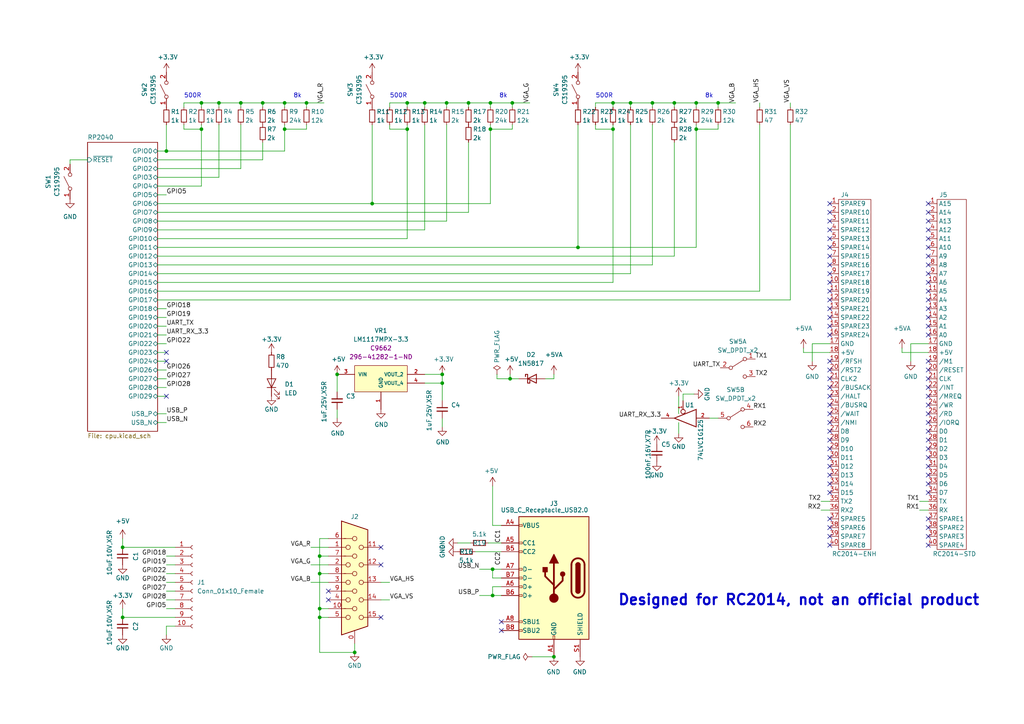
<source format=kicad_sch>
(kicad_sch (version 20211123) (generator eeschema)
  (paper "A4")
  (junction (at 147.955 109.855))
  (junction (at 92.71 161.29))
  (junction (at 69.85 29.845))
  (junction (at 48.26 43.815))
  (junction (at 128.27 111.125))
  (junction (at 160.655 190.5))
  (junction (at 76.2 29.845))
  (junction (at 182.88 29.845))
  (junction (at 88.9 29.845))
  (junction (at 148.59 29.845))
  (junction (at 195.58 29.845))
  (junction (at 82.55 37.465))
  (junction (at 201.93 29.845))
  (junction (at 102.87 189.23))
  (junction (at 118.11 37.465))
  (junction (at 63.5 29.845))
  (junction (at 129.54 29.845))
  (junction (at 35.56 179.07))
  (junction (at 135.89 29.845))
  (junction (at 201.93 37.465))
  (junction (at 92.71 176.53))
  (junction (at 92.71 166.37))
  (junction (at 142.24 37.465))
  (junction (at 177.8 29.845))
  (junction (at 189.23 29.845))
  (junction (at 142.24 29.845))
  (junction (at 142.875 172.72))
  (junction (at 58.42 37.465))
  (junction (at 58.42 29.845))
  (junction (at 97.79 108.585))
  (junction (at 82.55 29.845))
  (junction (at 123.19 29.845))
  (junction (at 35.56 158.75))
  (junction (at 177.8 37.465))
  (junction (at 92.71 179.07))
  (junction (at 107.95 59.055))
  (junction (at 142.875 165.1))
  (junction (at 167.64 71.755))
  (junction (at 128.27 108.585))
  (junction (at 208.28 29.845))
  (junction (at 118.11 29.845))
  (no_connect (at 269.24 125.095))
  (no_connect (at 269.24 130.175))
  (no_connect (at 269.24 127.635))
  (no_connect (at 269.24 132.715))
  (no_connect (at 269.24 120.015))
  (no_connect (at 269.24 158.115))
  (no_connect (at 269.24 153.035))
  (no_connect (at 269.24 155.575))
  (no_connect (at 269.24 150.495))
  (no_connect (at 269.24 122.555))
  (no_connect (at 269.24 135.255))
  (no_connect (at 269.24 142.875))
  (no_connect (at 269.24 140.335))
  (no_connect (at 269.24 137.795))
  (no_connect (at 240.665 71.755))
  (no_connect (at 240.665 74.295))
  (no_connect (at 240.665 76.835))
  (no_connect (at 240.665 59.055))
  (no_connect (at 240.665 61.595))
  (no_connect (at 240.665 64.135))
  (no_connect (at 240.665 66.675))
  (no_connect (at 240.665 69.215))
  (no_connect (at 240.665 79.375))
  (no_connect (at 240.665 81.915))
  (no_connect (at 240.665 84.455))
  (no_connect (at 240.665 86.995))
  (no_connect (at 240.665 89.535))
  (no_connect (at 240.665 92.075))
  (no_connect (at 240.665 94.615))
  (no_connect (at 240.665 97.155))
  (no_connect (at 240.665 107.315))
  (no_connect (at 240.665 114.935))
  (no_connect (at 240.665 112.395))
  (no_connect (at 240.665 117.475))
  (no_connect (at 240.665 120.015))
  (no_connect (at 240.665 122.555))
  (no_connect (at 240.665 125.095))
  (no_connect (at 240.665 104.775))
  (no_connect (at 240.665 150.495))
  (no_connect (at 240.665 153.035))
  (no_connect (at 240.665 155.575))
  (no_connect (at 240.665 158.115))
  (no_connect (at 240.665 127.635))
  (no_connect (at 240.665 130.175))
  (no_connect (at 240.665 132.715))
  (no_connect (at 240.665 135.255))
  (no_connect (at 240.665 137.795))
  (no_connect (at 240.665 140.335))
  (no_connect (at 240.665 142.875))
  (no_connect (at 110.49 158.75))
  (no_connect (at 110.49 163.83))
  (no_connect (at 110.49 179.07))
  (no_connect (at 269.24 59.055))
  (no_connect (at 269.24 61.595))
  (no_connect (at 269.24 64.135))
  (no_connect (at 269.24 69.215))
  (no_connect (at 269.24 71.755))
  (no_connect (at 269.24 66.675))
  (no_connect (at 269.24 79.375))
  (no_connect (at 269.24 81.915))
  (no_connect (at 269.24 84.455))
  (no_connect (at 269.24 74.295))
  (no_connect (at 269.24 76.835))
  (no_connect (at 95.25 171.45))
  (no_connect (at 95.25 173.99))
  (no_connect (at 240.665 109.855))
  (no_connect (at 48.26 114.935))
  (no_connect (at 145.415 180.34))
  (no_connect (at 145.415 182.88))
  (no_connect (at 269.24 104.775))
  (no_connect (at 269.24 112.395))
  (no_connect (at 269.24 107.315))
  (no_connect (at 269.24 114.935))
  (no_connect (at 269.24 109.855))
  (no_connect (at 269.24 86.995))
  (no_connect (at 269.24 92.075))
  (no_connect (at 269.24 94.615))
  (no_connect (at 269.24 89.535))
  (no_connect (at 269.24 97.155))
  (no_connect (at 269.24 117.475))
  (no_connect (at 48.26 102.235))
  (no_connect (at 48.26 104.775))
  (wire (pts (xy 48.26 168.91) (xy 50.8 168.91)))
  (wire (pts (xy 189.23 36.195) (xy 189.23 76.835)))
  (wire (pts (xy 97.79 108.585) (xy 97.79 113.665)))
  (wire (pts (xy 172.72 31.115) (xy 172.72 29.845)))
  (wire (pts (xy 142.24 29.845) (xy 148.59 29.845)))
  (wire (pts (xy 142.875 165.1) (xy 142.875 167.64)))
  (wire (pts (xy 142.875 165.1) (xy 139.065 165.1)))
  (wire (pts (xy 142.875 172.72) (xy 139.065 172.72)))
  (wire (pts (xy 135.89 41.275) (xy 135.89 61.595)))
  (wire (pts (xy 35.56 158.75) (xy 50.8 158.75)))
  (wire (pts (xy 76.2 29.845) (xy 76.2 31.115)))
  (wire (pts (xy 69.85 48.895) (xy 45.72 48.895)))
  (wire (pts (xy 142.24 36.195) (xy 142.24 37.465)))
  (wire (pts (xy 266.7 147.955) (xy 269.24 147.955)))
  (wire (pts (xy 148.59 29.845) (xy 148.59 31.115)))
  (wire (pts (xy 45.72 104.775) (xy 48.26 104.775)))
  (wire (pts (xy 201.93 29.845) (xy 201.93 31.115)))
  (wire (pts (xy 196.85 122.555) (xy 196.85 125.73)))
  (wire (pts (xy 48.26 181.61) (xy 48.26 184.15)))
  (wire (pts (xy 147.955 109.855) (xy 150.495 109.855)))
  (wire (pts (xy 45.72 86.995) (xy 229.235 86.995)))
  (wire (pts (xy 45.72 89.535) (xy 48.26 89.535)))
  (wire (pts (xy 82.55 36.195) (xy 82.55 37.465)))
  (wire (pts (xy 48.26 176.53) (xy 50.8 176.53)))
  (wire (pts (xy 182.88 79.375) (xy 45.72 79.375)))
  (wire (pts (xy 88.9 29.845) (xy 88.9 31.115)))
  (wire (pts (xy 63.5 29.845) (xy 63.5 31.115)))
  (wire (pts (xy 88.9 29.845) (xy 93.98 29.845)))
  (wire (pts (xy 189.23 76.835) (xy 45.72 76.835)))
  (wire (pts (xy 63.5 29.845) (xy 69.85 29.845)))
  (wire (pts (xy 107.95 36.195) (xy 107.95 59.055)))
  (wire (pts (xy 135.89 29.845) (xy 135.89 31.115)))
  (wire (pts (xy 118.11 37.465) (xy 118.11 69.215)))
  (wire (pts (xy 128.27 111.125) (xy 128.27 116.205)))
  (wire (pts (xy 45.72 97.155) (xy 48.26 97.155)))
  (wire (pts (xy 177.8 81.915) (xy 45.72 81.915)))
  (wire (pts (xy 158.115 109.855) (xy 160.655 109.855)))
  (wire (pts (xy 76.2 46.355) (xy 45.72 46.355)))
  (wire (pts (xy 205.74 121.285) (xy 208.28 121.285)))
  (wire (pts (xy 113.03 31.115) (xy 113.03 29.845)))
  (wire (pts (xy 142.875 172.72) (xy 145.415 172.72)))
  (wire (pts (xy 123.19 108.585) (xy 128.27 108.585)))
  (wire (pts (xy 82.55 29.845) (xy 88.9 29.845)))
  (wire (pts (xy 92.71 176.53) (xy 92.71 179.07)))
  (wire (pts (xy 147.955 109.855) (xy 144.145 109.855)))
  (wire (pts (xy 113.03 29.845) (xy 118.11 29.845)))
  (wire (pts (xy 201.93 37.465) (xy 208.28 37.465)))
  (wire (pts (xy 92.71 179.07) (xy 92.71 189.23)))
  (wire (pts (xy 135.89 29.845) (xy 142.24 29.845)))
  (wire (pts (xy 48.26 173.99) (xy 50.8 173.99)))
  (wire (pts (xy 135.89 61.595) (xy 45.72 61.595)))
  (wire (pts (xy 35.56 179.07) (xy 35.56 176.53)))
  (wire (pts (xy 142.875 140.97) (xy 142.875 152.4)))
  (wire (pts (xy 110.49 168.91) (xy 113.03 168.91)))
  (wire (pts (xy 235.585 99.695) (xy 235.585 104.775)))
  (wire (pts (xy 123.19 66.675) (xy 45.72 66.675)))
  (wire (pts (xy 123.19 29.845) (xy 129.54 29.845)))
  (wire (pts (xy 48.26 43.815) (xy 45.72 43.815)))
  (wire (pts (xy 48.26 166.37) (xy 50.8 166.37)))
  (wire (pts (xy 92.71 161.29) (xy 95.25 161.29)))
  (wire (pts (xy 58.42 36.195) (xy 58.42 37.465)))
  (wire (pts (xy 20.32 46.355) (xy 20.32 47.625)))
  (wire (pts (xy 123.19 36.195) (xy 123.19 66.675)))
  (wire (pts (xy 208.28 29.845) (xy 213.36 29.845)))
  (wire (pts (xy 182.88 36.195) (xy 182.88 79.375)))
  (wire (pts (xy 107.95 59.055) (xy 45.72 59.055)))
  (wire (pts (xy 118.11 29.845) (xy 123.19 29.845)))
  (wire (pts (xy 88.9 37.465) (xy 88.9 36.195)))
  (wire (pts (xy 90.17 168.91) (xy 95.25 168.91)))
  (wire (pts (xy 148.59 37.465) (xy 148.59 36.195)))
  (wire (pts (xy 195.58 29.845) (xy 201.93 29.845)))
  (wire (pts (xy 69.85 29.845) (xy 76.2 29.845)))
  (wire (pts (xy 113.03 36.195) (xy 113.03 37.465)))
  (wire (pts (xy 82.55 29.845) (xy 82.55 31.115)))
  (wire (pts (xy 92.71 179.07) (xy 95.25 179.07)))
  (wire (pts (xy 220.345 84.455) (xy 45.72 84.455)))
  (wire (pts (xy 208.28 29.845) (xy 208.28 31.115)))
  (wire (pts (xy 95.25 156.21) (xy 92.71 156.21)))
  (wire (pts (xy 208.28 37.465) (xy 208.28 36.195)))
  (wire (pts (xy 123.19 111.125) (xy 128.27 111.125)))
  (wire (pts (xy 45.72 56.515) (xy 48.26 56.515)))
  (wire (pts (xy 45.72 114.935) (xy 48.26 114.935)))
  (wire (pts (xy 48.26 163.83) (xy 50.8 163.83)))
  (wire (pts (xy 45.72 107.315) (xy 48.26 107.315)))
  (wire (pts (xy 145.415 157.48) (xy 141.605 157.48)))
  (wire (pts (xy 145.415 152.4) (xy 142.875 152.4)))
  (wire (pts (xy 82.55 37.465) (xy 82.55 43.815)))
  (wire (pts (xy 76.2 29.845) (xy 82.55 29.845)))
  (wire (pts (xy 50.8 179.07) (xy 35.56 179.07)))
  (wire (pts (xy 92.71 176.53) (xy 95.25 176.53)))
  (wire (pts (xy 142.875 170.18) (xy 142.875 172.72)))
  (wire (pts (xy 198.12 114.3) (xy 201.295 114.3)))
  (wire (pts (xy 50.8 181.61) (xy 48.26 181.61)))
  (wire (pts (xy 229.235 29.845) (xy 229.235 31.115)))
  (wire (pts (xy 189.23 29.845) (xy 189.23 31.115)))
  (wire (pts (xy 240.665 102.235) (xy 233.045 102.235)))
  (wire (pts (xy 118.11 36.195) (xy 118.11 37.465)))
  (wire (pts (xy 240.665 99.695) (xy 235.585 99.695)))
  (wire (pts (xy 142.24 37.465) (xy 142.24 59.055)))
  (wire (pts (xy 92.71 166.37) (xy 92.71 176.53)))
  (wire (pts (xy 53.34 31.115) (xy 53.34 29.845)))
  (wire (pts (xy 201.93 36.195) (xy 201.93 37.465)))
  (wire (pts (xy 45.72 109.855) (xy 48.26 109.855)))
  (wire (pts (xy 182.88 29.845) (xy 189.23 29.845)))
  (wire (pts (xy 45.72 99.695) (xy 48.26 99.695)))
  (wire (pts (xy 220.345 36.195) (xy 220.345 84.455)))
  (wire (pts (xy 58.42 29.845) (xy 58.42 31.115)))
  (wire (pts (xy 269.24 102.235) (xy 261.62 102.235)))
  (wire (pts (xy 53.34 36.195) (xy 53.34 37.465)))
  (wire (pts (xy 195.58 29.845) (xy 195.58 31.115)))
  (wire (pts (xy 148.59 29.845) (xy 153.67 29.845)))
  (wire (pts (xy 90.17 158.75) (xy 95.25 158.75)))
  (wire (pts (xy 82.55 37.465) (xy 88.9 37.465)))
  (wire (pts (xy 45.72 94.615) (xy 48.26 94.615)))
  (wire (pts (xy 58.42 29.845) (xy 63.5 29.845)))
  (wire (pts (xy 45.72 120.015) (xy 48.26 120.015)))
  (wire (pts (xy 220.345 29.845) (xy 220.345 31.115)))
  (wire (pts (xy 261.62 102.235) (xy 261.62 100.965)))
  (wire (pts (xy 45.72 74.295) (xy 195.58 74.295)))
  (wire (pts (xy 167.64 71.755) (xy 45.72 71.755)))
  (wire (pts (xy 142.24 29.845) (xy 142.24 31.115)))
  (wire (pts (xy 264.16 99.695) (xy 264.16 104.775)))
  (wire (pts (xy 136.525 157.48) (xy 132.715 157.48)))
  (wire (pts (xy 45.72 92.075) (xy 48.26 92.075)))
  (wire (pts (xy 92.71 189.23) (xy 102.87 189.23)))
  (wire (pts (xy 76.2 41.275) (xy 76.2 46.355)))
  (wire (pts (xy 172.72 36.195) (xy 172.72 37.465)))
  (wire (pts (xy 198.12 116.205) (xy 198.12 114.3)))
  (wire (pts (xy 129.54 29.845) (xy 129.54 31.115)))
  (wire (pts (xy 92.71 161.29) (xy 92.71 166.37)))
  (wire (pts (xy 144.145 109.855) (xy 144.145 108.585)))
  (wire (pts (xy 177.8 29.845) (xy 182.88 29.845)))
  (wire (pts (xy 92.71 166.37) (xy 95.25 166.37)))
  (wire (pts (xy 69.85 36.195) (xy 69.85 48.895)))
  (wire (pts (xy 58.42 53.975) (xy 45.72 53.975)))
  (wire (pts (xy 172.72 37.465) (xy 177.8 37.465)))
  (wire (pts (xy 110.49 173.99) (xy 113.03 173.99)))
  (wire (pts (xy 118.11 69.215) (xy 45.72 69.215)))
  (wire (pts (xy 25.4 46.355) (xy 20.32 46.355)))
  (wire (pts (xy 113.03 37.465) (xy 118.11 37.465)))
  (wire (pts (xy 147.955 108.585) (xy 147.955 109.855)))
  (wire (pts (xy 142.875 167.64) (xy 145.415 167.64)))
  (wire (pts (xy 128.27 121.285) (xy 128.27 123.825)))
  (wire (pts (xy 145.415 170.18) (xy 142.875 170.18)))
  (wire (pts (xy 177.8 36.195) (xy 177.8 37.465)))
  (wire (pts (xy 45.72 102.235) (xy 48.26 102.235)))
  (wire (pts (xy 129.54 64.135) (xy 45.72 64.135)))
  (wire (pts (xy 172.72 29.845) (xy 177.8 29.845)))
  (wire (pts (xy 233.045 102.235) (xy 233.045 100.965)))
  (wire (pts (xy 69.85 29.845) (xy 69.85 31.115)))
  (wire (pts (xy 177.8 29.845) (xy 177.8 31.115)))
  (wire (pts (xy 196.85 114.935) (xy 196.85 120.015)))
  (wire (pts (xy 63.5 36.195) (xy 63.5 51.435)))
  (wire (pts (xy 35.56 156.21) (xy 35.56 158.75)))
  (wire (pts (xy 63.5 51.435) (xy 45.72 51.435)))
  (wire (pts (xy 102.87 186.69) (xy 102.87 189.23)))
  (wire (pts (xy 82.55 43.815) (xy 48.26 43.815)))
  (wire (pts (xy 269.24 99.695) (xy 264.16 99.695)))
  (wire (pts (xy 238.125 147.955) (xy 240.665 147.955)))
  (wire (pts (xy 45.72 112.395) (xy 48.26 112.395)))
  (wire (pts (xy 92.71 156.21) (xy 92.71 161.29)))
  (wire (pts (xy 182.88 29.845) (xy 182.88 31.115)))
  (wire (pts (xy 48.26 36.195) (xy 48.26 43.815)))
  (wire (pts (xy 48.26 171.45) (xy 50.8 171.45)))
  (wire (pts (xy 266.7 145.415) (xy 269.24 145.415)))
  (wire (pts (xy 129.54 29.845) (xy 135.89 29.845)))
  (wire (pts (xy 177.8 37.465) (xy 177.8 81.915)))
  (wire (pts (xy 53.34 37.465) (xy 58.42 37.465)))
  (wire (pts (xy 123.19 29.845) (xy 123.19 31.115)))
  (wire (pts (xy 189.23 29.845) (xy 195.58 29.845)))
  (wire (pts (xy 129.54 36.195) (xy 129.54 64.135)))
  (wire (pts (xy 167.64 36.195) (xy 167.64 71.755)))
  (wire (pts (xy 145.415 165.1) (xy 142.875 165.1)))
  (wire (pts (xy 45.72 122.555) (xy 48.26 122.555)))
  (wire (pts (xy 118.11 29.845) (xy 118.11 31.115)))
  (wire (pts (xy 53.34 29.845) (xy 58.42 29.845)))
  (wire (pts (xy 160.655 109.855) (xy 160.655 108.585)))
  (wire (pts (xy 142.24 59.055) (xy 107.95 59.055)))
  (wire (pts (xy 229.235 86.995) (xy 229.235 36.195)))
  (wire (pts (xy 97.79 118.745) (xy 97.79 121.285)))
  (wire (pts (xy 201.93 71.755) (xy 167.64 71.755)))
  (wire (pts (xy 128.27 108.585) (xy 128.27 111.125)))
  (wire (pts (xy 195.58 41.275) (xy 195.58 74.295)))
  (wire (pts (xy 201.93 29.845) (xy 208.28 29.845)))
  (wire (pts (xy 48.26 161.29) (xy 50.8 161.29)))
  (wire (pts (xy 90.17 163.83) (xy 95.25 163.83)))
  (wire (pts (xy 58.42 37.465) (xy 58.42 53.975)))
  (wire (pts (xy 145.415 160.02) (xy 137.795 160.02)))
  (wire (pts (xy 142.24 37.465) (xy 148.59 37.465)))
  (wire (pts (xy 238.125 145.415) (xy 240.665 145.415)))
  (wire (pts (xy 160.655 190.5) (xy 154.305 190.5)))
  (wire (pts (xy 201.93 37.465) (xy 201.93 71.755)))
  (text "8k" (at 204.47 28.575 0) (effects (font (size 1.27 1.27)) (justify left bottom)))
  (text "500R" (at 113.03 28.575 0) (effects (font (size 1.27 1.27)) (justify left bottom)))
  (text "500R" (at 172.72 28.575 0) (effects (font (size 1.27 1.27)) (justify left bottom)))
  (text "8k" (at 144.78 28.575 0) (effects (font (size 1.27 1.27)) (justify left bottom)))
  (text "500R" (at 53.34 28.575 0) (effects (font (size 1.27 1.27)) (justify left bottom)))
  (text "Designed for RC2014, not an official product" (at 179.07 175.895 0) (effects (font (size 3 3) (thickness 0.6) bold) (justify left bottom)))
  (text "8k" (at 85.09 28.575 0) (effects (font (size 1.27 1.27)) (justify left bottom)))
  (label "UART_TX" (at 208.915 106.68 180))
  (label "GPIO22" (at 48.26 166.37 180))
  (label "GPIO18" (at 48.26 161.29 180))
  (label "UART_TX" (at 48.26 94.615 0))
  (label "VGA_R" (at 90.17 158.75 180))
  (label "TX1" (at 219.075 104.14 0))
  (label "UART_RX_3.3" (at 191.77 121.285 180))
  (label "GPIO19" (at 48.26 92.075 0))
  (label "GPIO26" (at 48.26 168.91 180))
  (label "VGA_G" (at 90.17 163.83 180))
  (label "RX1" (at 218.44 118.745 0))
  (label "GPIO28" (at 48.26 173.99 180))
  (label "GPIO26" (at 48.26 107.315 0))
  (label "GPIO27" (at 48.26 171.45 180))
  (label "USB_N" (at 139.065 165.1 180))
  (label "RX2" (at 238.125 147.955 180))
  (label "VGA_B" (at 213.36 29.845 90))
  (label "VGA_VS" (at 229.235 29.845 90))
  (label "TX1" (at 266.7 145.415 180))
  (label "CC1" (at 145.415 157.48 90))
  (label "GPIO18" (at 48.26 89.535 0))
  (label "USB_P" (at 48.26 120.015 0))
  (label "TX2" (at 238.125 145.415 180))
  (label "RX1" (at 266.7 147.955 180))
  (label "VGA_HS" (at 113.03 168.91 0))
  (label "GPIO27" (at 48.26 109.855 0))
  (label "USB_P" (at 139.065 172.72 180))
  (label "VGA_VS" (at 113.03 173.99 0))
  (label "VGA_G" (at 153.67 29.845 90))
  (label "VGA_R" (at 93.98 29.845 90))
  (label "TX2" (at 219.075 109.22 0))
  (label "RX2" (at 218.44 123.825 0))
  (label "VGA_B" (at 90.17 168.91 180))
  (label "GPIO5" (at 48.26 176.53 180))
  (label "UART_RX_3.3" (at 48.26 97.155 0))
  (label "GPIO28" (at 48.26 112.395 0))
  (label "CC2" (at 145.415 160.02 270))
  (label "GPIO19" (at 48.26 163.83 180))
  (label "VGA_HS" (at 220.345 29.845 90))
  (label "USB_N" (at 48.26 122.555 0))
  (label "GPIO22" (at 48.26 99.695 0))
  (label "GPIO5" (at 48.26 56.515 0))
  (symbol (lib_id "power:+3.3V") (at 78.74 102.235 0) (unit 1)
    (property "Reference" "#PWR08" (effects hide))
    (property "Value" "+3.3V" (at 78.74 98.425 0))
  )
  (symbol (lib_id "jlcpcb-basic-resistor-0402:24k") (at 201.93 33.655 0) (unit 1)
    (property "Reference" "R29" (at 203.2 32.385 0) (effects (justify left)))
    (property "Value" "24k" (at 203.2 34.925 0) (effects (justify left)))
    (property "Footprint" "R_0402_1005Metric" (effects hide))
    (property "Datasheet" "https://datasheet.lcsc.com/lcsc/2110260030_UNI-ROYAL-Uniroyal-Elec-0402WGF2402TCE_C25769.pdf" (effects hide))
    (property "LCSC" "C25769" (effects hide))
    (property "MFG" "UNI-ROYAL(Uniroyal Elec)" (effects hide))
    (property "MFGPN" "0402WGF2402TCE" (effects hide))
  )
  (symbol (lib_id "power:GND") (at 48.26 184.15 0) (unit 1)
    (property "Reference" "#PWR07" (effects hide))
    (property "Value" "GND" (at 48.26 187.96 0))
  )
  (symbol (lib_id "tom-modules:RC2014-ENH") (at 250.825 108.585 0) (unit 1)
    (property "Reference" "J4" (at 243.84 56.515 0) (effects (justify left)))
    (property "Value" "RC2014-ENH" (at 241.3 160.655 0) (effects (justify left)))
    (property "Footprint" "tom-connectors:PinHeader_1x39_P2.54mm_Horizontal" (effects hide))
  )
  (symbol (lib_id "jlcpcb-basic-resistor-0402:1k") (at 182.88 33.655 0) (unit 1)
    (property "Reference" "R25" (at 184.15 32.385 0) (effects (justify left)))
    (property "Value" "1k" (at 184.15 34.925 0) (effects (justify left)))
    (property "Footprint" "R_0402_1005Metric" (effects hide))
    (property "Datasheet" "https://datasheet.lcsc.com/lcsc/2110251730_UNI-ROYAL-Uniroyal-Elec-0402WGF1001TCE_C11702.pdf" (effects hide))
    (property "LCSC" "C11702" (effects hide))
    (property "MFG" "UNI-ROYAL(Uniroyal Elec)" (effects hide))
    (property "MFGPN" "0402WGF1001TCE" (effects hide))
  )
  (symbol (lib_id "jlcpcb-basic-resistor-0402:1k") (at 63.5 33.655 0) (unit 1)
    (property "Reference" "R4" (at 64.77 32.385 0) (effects (justify left)))
    (property "Value" "1k" (at 64.77 34.925 0) (effects (justify left)))
    (property "Footprint" "R_0402_1005Metric" (effects hide))
    (property "Datasheet" "https://datasheet.lcsc.com/lcsc/2110251730_UNI-ROYAL-Uniroyal-Elec-0402WGF1001TCE_C11702.pdf" (effects hide))
    (property "LCSC" "C11702" (effects hide))
    (property "MFG" "UNI-ROYAL(Uniroyal Elec)" (effects hide))
    (property "MFGPN" "0402WGF1001TCE" (effects hide))
  )
  (symbol (lib_id "jlcpcb-basic-resistor-0402:5.1k") (at 139.065 157.48 270) (mirror x) (unit 1)
    (property "Reference" "R19" (at 139.065 157.48 90))
    (property "Value" "5.1k" (at 139.065 154.94 90))
    (property "Footprint" "R_0402_1005Metric" (effects hide))
    (property "Datasheet" "https://datasheet.lcsc.com/lcsc/2110260030_UNI-ROYAL-Uniroyal-Elec-0402WGF5101TCE_C25905.pdf" (effects hide))
    (property "LCSC" "C25905" (effects hide))
    (property "MFG" "UNI-ROYAL(Uniroyal Elec)" (effects hide))
    (property "MFGPN" "0402WGF5101TCE" (effects hide))
  )
  (symbol (lib_id "power:GND") (at 168.275 190.5 0) (mirror y) (unit 1)
    (property "Reference" "#PWR024" (effects hide))
    (property "Value" "GND" (at 168.148 194.8942 0))
  )
  (symbol (lib_id "tom-connectors:DB15_Female_HighDensity_MountingHoles") (at 102.87 168.91 0) (unit 1)
    (property "Reference" "J2" (at 102.87 149.86 0))
    (property "Value" "DB15_Female_HighDensity_MountingHoles" (effects hide))
    (property "Footprint" "tom-connectors:DSUB-15-HD_Female_Horizontal_P2.29x1.98mm_EdgePinOffset3.03mm_Housed_MountingHolesOffset4.94mm" (effects hide))
    (property "Datasheet" " ~" (effects hide))
    (property "LCSC" "C711364" (effects hide))
  )
  (symbol (lib_id "power:PWR_FLAG") (at 154.305 190.5 90) (mirror x) (unit 1)
    (property "Reference" "#FLG02" (effects hide))
    (property "Value" "PWR_FLAG" (at 151.0538 190.5 90) (effects (justify left)))
  )
  (symbol (lib_id "jlcpcb-basic-resistor-0402:47") (at 229.235 33.655 0) (unit 1)
    (property "Reference" "R32" (at 230.505 32.385 0) (effects (justify left)))
    (property "Value" "47" (at 230.505 34.925 0) (effects (justify left)))
    (property "Footprint" "R_0402_1005Metric" (effects hide))
    (property "Datasheet" "https://datasheet.lcsc.com/lcsc/2110252230_UNI-ROYAL-Uniroyal-Elec-0402WGF470JTCE_C25118.pdf" (effects hide))
    (property "LCSC" "C25118" (effects hide))
    (property "MFG" "UNI-ROYAL(Uniroyal Elec)" (effects hide))
    (property "MFGPN" "0402WGF470JTCE" (effects hide))
  )
  (symbol (lib_id "jlcpcb-basic-resistor-0402:2k") (at 195.58 38.735 0) (unit 1)
    (property "Reference" "R28" (at 196.85 37.465 0) (effects (justify left)))
    (property "Value" "2k" (at 196.85 40.005 0) (effects (justify left)))
    (property "Footprint" "R_0402_1005Metric" (effects hide))
    (property "Datasheet" "https://datasheet.lcsc.com/lcsc/2110251730_UNI-ROYAL-Uniroyal-Elec-0402WGF2001TCE_C4109.pdf" (effects hide))
    (property "LCSC" "C4109" (effects hide))
    (property "MFG" "UNI-ROYAL(Uniroyal Elec)" (effects hide))
    (property "MFGPN" "0402WGF2001TCE" (effects hide))
  )
  (symbol (lib_id "power:GND") (at 35.56 163.83 0) (unit 1)
    (property "Reference" "#PWR03" (effects hide))
    (property "Value" "GND" (at 35.56 167.64 0))
  )
  (symbol (lib_id "jlcpcb-basic-capacitor-0402:1uF,25V,X5R ") (at 97.79 116.205 0) (unit 1)
    (property "Reference" "C3" (at 100.33 114.9349 0) (effects (justify left)))
    (property "Value" "1uF,25V,X5R " (at 93.98 122.555 90) (effects (justify left)))
    (property "Footprint" "C_0402_1005Metric" (effects hide))
    (property "Datasheet" "https://datasheet.lcsc.com/lcsc/1811091611_Samsung-Electro-Mechanics-CL05A105KA5NQNC_C52923.pdf" (effects hide))
    (property "LCSC" "C52923" (effects hide))
    (property "MFG" "Samsung Electro-Mechanics" (effects hide))
    (property "MFGPN" "CL05A105KA5NQNC" (effects hide))
  )
  (symbol (lib_id "power:+5V") (at 142.875 140.97 0) (mirror y) (unit 1)
    (property "Reference" "#PWR019" (effects hide))
    (property "Value" "+5V" (at 142.494 136.5758 0))
  )
  (symbol (lib_id "power:+3.3V") (at 48.26 20.955 0) (unit 1)
    (property "Reference" "#PWR06" (effects hide))
    (property "Value" "+3.3V" (at 48.641 16.5608 0))
  )
  (symbol (lib_id "power:GND") (at 235.585 104.775 0) (unit 1)
    (property "Reference" "#PWR031" (effects hide))
    (property "Value" "GND" (at 235.585 109.22 0))
  )
  (symbol (lib_id "tom-mechanical:SW_DPDT_x2") (at 213.995 106.68 0) (unit 1)
    (property "Reference" "SW5" (at 213.995 99.06 0))
    (property "Value" "SW_DPDT_x2" (at 213.995 101.6 0))
    (property "Footprint" "tom-mechanical:SW_DPDT_SMD" (effects hide))
    (property "LCSC" "C381098" (effects hide))
  )
  (symbol (lib_id "jlcpcb-basic-resistor-0402:2k") (at 69.85 33.655 0) (unit 1)
    (property "Reference" "R5" (at 71.12 32.385 0) (effects (justify left)))
    (property "Value" "2k" (at 71.12 34.925 0) (effects (justify left)))
    (property "Footprint" "R_0402_1005Metric" (effects hide))
    (property "Datasheet" "https://datasheet.lcsc.com/lcsc/2110251730_UNI-ROYAL-Uniroyal-Elec-0402WGF2001TCE_C4109.pdf" (effects hide))
    (property "LCSC" "C4109" (effects hide))
    (property "MFG" "UNI-ROYAL(Uniroyal Elec)" (effects hide))
    (property "MFGPN" "0402WGF2001TCE" (effects hide))
  )
  (symbol (lib_id "jlcpcb-basic-resistor-0402:2k") (at 135.89 38.735 0) (unit 1)
    (property "Reference" "R18" (at 137.16 37.465 0) (effects (justify left)))
    (property "Value" "2k" (at 137.16 40.005 0) (effects (justify left)))
    (property "Footprint" "R_0402_1005Metric" (effects hide))
    (property "Datasheet" "https://datasheet.lcsc.com/lcsc/2110251730_UNI-ROYAL-Uniroyal-Elec-0402WGF2001TCE_C4109.pdf" (effects hide))
    (property "LCSC" "C4109" (effects hide))
    (property "MFG" "UNI-ROYAL(Uniroyal Elec)" (effects hide))
    (property "MFGPN" "0402WGF2001TCE" (effects hide))
  )
  (symbol (lib_id "jlcpcb-basic-resistor-0402:2k") (at 189.23 33.655 0) (unit 1)
    (property "Reference" "R26" (at 190.5 32.385 0) (effects (justify left)))
    (property "Value" "2k" (at 190.5 34.925 0) (effects (justify left)))
    (property "Footprint" "R_0402_1005Metric" (effects hide))
    (property "Datasheet" "https://datasheet.lcsc.com/lcsc/2110251730_UNI-ROYAL-Uniroyal-Elec-0402WGF2001TCE_C4109.pdf" (effects hide))
    (property "LCSC" "C4109" (effects hide))
    (property "MFG" "UNI-ROYAL(Uniroyal Elec)" (effects hide))
    (property "MFGPN" "0402WGF2001TCE" (effects hide))
  )
  (symbol (lib_id "power:GND") (at 128.27 123.825 0) (unit 1)
    (property "Reference" "#PWR016" (effects hide))
    (property "Value" "GND" (at 128.397 128.2192 0))
  )
  (symbol (lib_id "tom-connectors:Conn_01x10_Female") (at 55.88 168.91 0) (unit 1)
    (property "Reference" "J1" (at 57.15 168.9099 0) (effects (justify left)))
    (property "Value" "Conn_01x10_Female" (at 57.15 171.4499 0) (effects (justify left)))
    (property "Footprint" "tom-connectors:PinHeader_1x10_P2.54mm_Vertical" (effects hide))
  )
  (symbol (lib_id "jlcpcb-basic-resistor-0402:1k") (at 53.34 33.655 0) (unit 1)
    (property "Reference" "R2" (at 54.61 32.385 0) (effects (justify left)))
    (property "Value" "1k" (at 54.61 34.925 0) (effects (justify left)))
    (property "Footprint" "R_0402_1005Metric" (effects hide))
    (property "Datasheet" "https://datasheet.lcsc.com/lcsc/2110251730_UNI-ROYAL-Uniroyal-Elec-0402WGF1001TCE_C11702.pdf" (effects hide))
    (property "LCSC" "C11702" (effects hide))
    (property "MFG" "UNI-ROYAL(Uniroyal Elec)" (effects hide))
    (property "MFGPN" "0402WGF1001TCE" (effects hide))
  )
  (symbol (lib_id "jlcpcb-basic-capacitor-0603:10uF,10V,X5R ") (at 35.56 181.61 0) (mirror y) (unit 1)
    (property "Reference" "C2" (at 39.37 180.34 90) (effects (justify right)))
    (property "Value" "10uF,10V,X5R " (at 31.75 173.99 90) (effects (justify right)))
    (property "Footprint" "C_0603_1608Metric" (effects hide))
    (property "Datasheet" "https://datasheet.lcsc.com/lcsc/1810191219_Samsung-Electro-Mechanics-CL10A106KP8NNNC_C19702.pdf" (effects hide))
    (property "LCSC" "C19702" (effects hide))
    (property "MFG" "Samsung Electro-Mechanics" (effects hide))
    (property "MFGPN" "CL10A106KP8NNNC" (effects hide))
  )
  (symbol (lib_id "tom-semiconductors:LM1117MPX-3.3") (at 110.49 111.125 0) (unit 1)
    (property "Reference" "VR1" (at 110.49 95.885 0))
    (property "Value" "LM1117MPX-3.3" (at 110.49 98.425 0))
    (property "Footprint" "VREG_LM1117MPX-3.3" (effects hide))
    (property "MAXIMUM_PACKAGE_HEIGHT" "1.80 mm" (effects hide))
    (property "STANDARD" "IPC-7351B" (effects hide))
    (property "PARTREV" "O" (effects hide))
    (property "MANUFACTURER" "Texas Instruments" (effects hide))
    (property "LCSC" "C9662" (at 110.49 100.965 0))
    (property "DIGIKEY" "296-41282-1-ND" (at 110.49 103.505 0))
  )
  (symbol (lib_id "power:GND") (at 102.87 189.23 0) (unit 1)
    (property "Reference" "#PWR012" (effects hide))
    (property "Value" "GND" (at 102.87 193.04 0))
  )
  (symbol (lib_id "tom-mechanical:SW_DPDT_x2") (at 213.36 121.285 0) (unit 2)
    (property "Reference" "SW5" (at 213.36 113.03 0))
    (property "Value" "SW_DPDT_x2" (at 213.36 115.57 0))
    (property "Footprint" "tom-mechanical:SW_DPDT_SMD" (effects hide))
    (property "LCSC" "C381098" (effects hide))
  )
  (symbol (lib_id "jlcpcb-basic-resistor-0402:24k") (at 82.55 33.655 0) (unit 1)
    (property "Reference" "R9" (at 83.82 32.385 0) (effects (justify left)))
    (property "Value" "24k" (at 83.82 34.925 0) (effects (justify left)))
    (property "Footprint" "R_0402_1005Metric" (effects hide))
    (property "Datasheet" "https://datasheet.lcsc.com/lcsc/2110260030_UNI-ROYAL-Uniroyal-Elec-0402WGF2402TCE_C25769.pdf" (effects hide))
    (property "LCSC" "C25769" (effects hide))
    (property "MFG" "UNI-ROYAL(Uniroyal Elec)" (effects hide))
    (property "MFGPN" "0402WGF2402TCE" (effects hide))
  )
  (symbol (lib_id "tom-mechanical:SW_SPST") (at 20.32 52.705 90) (unit 1)
    (property "Reference" "SW1" (at 13.97 52.705 0))
    (property "Value" "C319395" (at 16.51 52.705 0))
    (property "Footprint" "tom-mechanical:SW_SPST_SMD_SIDE_C319395" (effects hide))
    (property "LCSC" "C319395" (effects hide))
  )
  (symbol (lib_id "tom-connectors:USB_C_Receptacle_USB2.0") (at 160.655 167.64 0) (mirror y) (unit 1)
    (property "Reference" "J3" (at 160.655 146.05 0))
    (property "Value" "USB_C_Receptacle_USB2.0" (at 157.9372 147.9296 0))
    (property "Footprint" "tom-connectors:USB_C_Receptacle_GT-USB-7010" (effects hide))
    (property "Datasheet" "https://www.usb.org/sites/default/files/documents/usb_type-c.zip" (effects hide))
    (property "LCSC" "C709357" (effects hide))
  )
  (symbol (lib_id "jlcpcb-basic-resistor-0402:24k") (at 142.24 33.655 0) (unit 1)
    (property "Reference" "R20" (at 143.51 32.385 0) (effects (justify left)))
    (property "Value" "24k" (at 143.51 34.925 0) (effects (justify left)))
    (property "Footprint" "R_0402_1005Metric" (effects hide))
    (property "Datasheet" "https://datasheet.lcsc.com/lcsc/2110260030_UNI-ROYAL-Uniroyal-Elec-0402WGF2402TCE_C25769.pdf" (effects hide))
    (property "LCSC" "C25769" (effects hide))
    (property "MFG" "UNI-ROYAL(Uniroyal Elec)" (effects hide))
    (property "MFGPN" "0402WGF2402TCE" (effects hide))
  )
  (symbol (lib_id "power:GND") (at 264.16 104.775 0) (unit 1)
    (property "Reference" "#PWR033" (effects hide))
    (property "Value" "GND" (at 264.16 109.22 0))
  )
  (symbol (lib_id "jlcpcb-basic-resistor-0402:2k") (at 135.89 33.655 0) (unit 1)
    (property "Reference" "R17" (at 137.16 32.385 0) (effects (justify left)))
    (property "Value" "2k" (at 137.16 34.925 0) (effects (justify left)))
    (property "Footprint" "R_0402_1005Metric" (effects hide))
    (property "Datasheet" "https://datasheet.lcsc.com/lcsc/2110251730_UNI-ROYAL-Uniroyal-Elec-0402WGF2001TCE_C4109.pdf" (effects hide))
    (property "LCSC" "C4109" (effects hide))
    (property "MFG" "UNI-ROYAL(Uniroyal Elec)" (effects hide))
    (property "MFGPN" "0402WGF2001TCE" (effects hide))
  )
  (symbol (lib_id "power:GND") (at 160.655 190.5 0) (mirror y) (unit 1)
    (property "Reference" "#PWR022" (effects hide))
    (property "Value" "GND" (at 160.528 194.8942 0))
  )
  (symbol (lib_id "jlcpcb-basic-resistor-0402:2k") (at 129.54 33.655 0) (unit 1)
    (property "Reference" "R15" (at 130.81 32.385 0) (effects (justify left)))
    (property "Value" "2k" (at 130.81 34.925 0) (effects (justify left)))
    (property "Footprint" "R_0402_1005Metric" (effects hide))
    (property "Datasheet" "https://datasheet.lcsc.com/lcsc/2110251730_UNI-ROYAL-Uniroyal-Elec-0402WGF2001TCE_C4109.pdf" (effects hide))
    (property "LCSC" "C4109" (effects hide))
    (property "MFG" "UNI-ROYAL(Uniroyal Elec)" (effects hide))
    (property "MFGPN" "0402WGF2001TCE" (effects hide))
  )
  (symbol (lib_id "jlcpcb-basic-resistor-0402:12k") (at 208.28 33.655 0) (unit 1)
    (property "Reference" "R30" (at 209.55 32.385 0) (effects (justify left)))
    (property "Value" "12k" (at 209.55 34.925 0) (effects (justify left)))
    (property "Footprint" "R_0402_1005Metric" (effects hide))
    (property "Datasheet" "https://datasheet.lcsc.com/lcsc/2110260030_UNI-ROYAL-Uniroyal-Elec-0402WGF1202TCE_C25752.pdf" (effects hide))
    (property "LCSC" "C25752" (effects hide))
    (property "MFG" "UNI-ROYAL(Uniroyal Elec)" (effects hide))
    (property "MFGPN" "0402WGF1202TCE" (effects hide))
  )
  (symbol (lib_id "jlcpcb-basic-resistor-0402:1k") (at 58.42 33.655 0) (unit 1)
    (property "Reference" "R3" (at 59.69 32.385 0) (effects (justify left)))
    (property "Value" "1k" (at 59.69 34.925 0) (effects (justify left)))
    (property "Footprint" "R_0402_1005Metric" (effects hide))
    (property "Datasheet" "https://datasheet.lcsc.com/lcsc/2110251730_UNI-ROYAL-Uniroyal-Elec-0402WGF1001TCE_C11702.pdf" (effects hide))
    (property "LCSC" "C11702" (effects hide))
    (property "MFG" "UNI-ROYAL(Uniroyal Elec)" (effects hide))
    (property "MFGPN" "0402WGF1001TCE" (effects hide))
  )
  (symbol (lib_id "power:+3.3V") (at 35.56 176.53 0) (unit 1)
    (property "Reference" "#PWR04" (effects hide))
    (property "Value" "+3.3V" (at 35.56 172.72 0))
  )
  (symbol (lib_id "jlcpcb-basic-resistor-0402:5.1k") (at 135.255 160.02 270) (mirror x) (unit 1)
    (property "Reference" "R16" (at 135.255 160.02 90))
    (property "Value" "5.1k" (at 135.255 162.56 90))
    (property "Footprint" "R_0402_1005Metric" (effects hide))
    (property "Datasheet" "https://datasheet.lcsc.com/lcsc/2110260030_UNI-ROYAL-Uniroyal-Elec-0402WGF5101TCE_C25905.pdf" (effects hide))
    (property "LCSC" "C25905" (effects hide))
    (property "MFG" "UNI-ROYAL(Uniroyal Elec)" (effects hide))
    (property "MFGPN" "0402WGF5101TCE" (effects hide))
  )
  (symbol (lib_id "power:PWR_FLAG") (at 144.145 108.585 0) (mirror y) (unit 1)
    (property "Reference" "#FLG01" (effects hide))
    (property "Value" "PWR_FLAG" (at 144.145 105.3338 90) (effects (justify left)))
  )
  (symbol (lib_id "power:GND") (at 78.74 114.935 0) (unit 1)
    (property "Reference" "#PWR09" (effects hide))
    (property "Value" "GND" (at 78.74 118.745 0))
  )
  (symbol (lib_id "power:+3.3V") (at 107.95 20.955 0) (unit 1)
    (property "Reference" "#PWR013" (effects hide))
    (property "Value" "+3.3V" (at 108.331 16.5608 0))
  )
  (symbol (lib_id "jlcpcb-basic-resistor-0402:47") (at 220.345 33.655 0) (unit 1)
    (property "Reference" "R31" (at 221.615 32.385 0) (effects (justify left)))
    (property "Value" "47" (at 221.615 34.925 0) (effects (justify left)))
    (property "Footprint" "R_0402_1005Metric" (effects hide))
    (property "Datasheet" "https://datasheet.lcsc.com/lcsc/2110252230_UNI-ROYAL-Uniroyal-Elec-0402WGF470JTCE_C25118.pdf" (effects hide))
    (property "LCSC" "C25118" (effects hide))
    (property "MFG" "UNI-ROYAL(Uniroyal Elec)" (effects hide))
    (property "MFGPN" "0402WGF470JTCE" (effects hide))
  )
  (symbol (lib_id "power:+3.3V") (at 190.5 128.905 0) (unit 1)
    (property "Reference" "#PWR025" (effects hide))
    (property "Value" "+3.3V" (at 190.5 125.095 0))
  )
  (symbol (lib_id "Diode:SB120") (at 154.305 109.855 0) (unit 1)
    (property "Reference" "D2" (at 153.9875 102.87 0))
    (property "Value" "1N5817" (at 153.9875 105.41 0))
    (property "Footprint" "tom-semiconductors:D_SOD-123" (effects hide))
    (property "Datasheet" "http://www.diodes.com/_files/datasheets/ds23022.pdf" (effects hide))
    (property "LCSC" "C727113" (effects hide))
  )
  (symbol (lib_id "power:GND") (at 20.32 57.785 0) (unit 1)
    (property "Reference" "#PWR01" (effects hide))
    (property "Value" "GND" (at 20.32 62.865 0))
  )
  (symbol (lib_id "power:+5VA") (at 261.62 100.965 0) (unit 1)
    (property "Reference" "#PWR032" (effects hide))
    (property "Value" "+5VA" (at 261.62 95.25 0))
  )
  (symbol (lib_id "jlcpcb-basic-resistor-0402:470") (at 78.74 104.775 0) (unit 1)
    (property "Reference" "R8" (at 80.01 103.505 0) (effects (justify left)))
    (property "Value" "470" (at 80.01 106.045 0) (effects (justify left)))
    (property "Footprint" "R_0402_1005Metric" (effects hide))
    (property "Datasheet" "https://datasheet.lcsc.com/lcsc/2110252230_UNI-ROYAL-Uniroyal-Elec-0402WGF4700TCE_C25117.pdf" (effects hide))
    (property "LCSC" "C25117" (effects hide))
    (property "MFG" "UNI-ROYAL(Uniroyal Elec)" (effects hide))
    (property "MFGPN" "0402WGF4700TCE" (effects hide))
  )
  (symbol (lib_id "power:+5V") (at 35.56 156.21 0) (unit 1)
    (property "Reference" "#PWR02" (effects hide))
    (property "Value" "+5V" (at 35.56 151.13 0))
  )
  (symbol (lib_id "tom-semiconductors:74LVC1G125") (at 198.12 121.285 0) (mirror y) (unit 1)
    (property "Reference" "U1" (at 200.025 117.475 0))
    (property "Value" "74LVC1G125" (at 203.2 127.635 90))
    (property "Footprint" "tom-semiconductors:SOT-23-5" (effects hide))
    (property "Datasheet" "http://www.ti.com/lit/sg/scyt129e/scyt129e.pdf" (effects hide))
  )
  (symbol (lib_id "power:+5V") (at 97.79 108.585 0) (unit 1)
    (property "Reference" "#PWR010" (effects hide))
    (property "Value" "+5V" (at 98.171 104.1908 0))
  )
  (symbol (lib_id "jlcpcb-basic-resistor-0402:1k") (at 172.72 33.655 0) (unit 1)
    (property "Reference" "R23" (at 173.99 32.385 0) (effects (justify left)))
    (property "Value" "1k" (at 173.99 34.925 0) (effects (justify left)))
    (property "Footprint" "R_0402_1005Metric" (effects hide))
    (property "Datasheet" "https://datasheet.lcsc.com/lcsc/2110251730_UNI-ROYAL-Uniroyal-Elec-0402WGF1001TCE_C11702.pdf" (effects hide))
    (property "LCSC" "C11702" (effects hide))
    (property "MFG" "UNI-ROYAL(Uniroyal Elec)" (effects hide))
    (property "MFGPN" "0402WGF1001TCE" (effects hide))
  )
  (symbol (lib_id "power:GND") (at 201.295 114.3 90) (unit 1)
    (property "Reference" "#PWR029" (effects hide))
    (property "Value" "GND" (at 205.105 114.3 0))
  )
  (symbol (lib_id "power:GND") (at 35.56 184.15 0) (unit 1)
    (property "Reference" "#PWR05" (effects hide))
    (property "Value" "GND" (at 35.56 187.96 0))
  )
  (symbol (lib_id "tom-mechanical:SW_SPST") (at 167.64 26.035 90) (unit 1)
    (property "Reference" "SW4" (at 161.29 26.035 0))
    (property "Value" "C319395" (at 163.83 26.035 0))
    (property "Footprint" "tom-mechanical:SW_SPST_SMD_SIDE_C319395" (effects hide))
    (property "LCSC" "C319395" (effects hide))
  )
  (symbol (lib_id "power:+3.3V") (at 196.85 114.935 0) (unit 1)
    (property "Reference" "#PWR027" (effects hide))
    (property "Value" "+3.3V" (at 196.85 111.125 0))
  )
  (symbol (lib_id "tom-opto:LED") (at 78.74 111.125 90) (unit 1)
    (property "Reference" "D1" (at 82.55 111.4551 90) (effects (justify right)))
    (property "Value" "LED" (at 82.55 113.9951 90) (effects (justify right)))
    (property "Footprint" "tom-opto:LED_0603_1608Metric" (effects hide))
    (property "LCSC" "C2286" (effects hide))
  )
  (symbol (lib_id "power:GND") (at 132.715 160.02 270) (mirror x) (unit 1)
    (property "Reference" "#PWR018" (effects hide))
    (property "Value" "GND" (at 128.3208 159.893 0))
  )
  (symbol (lib_id "power:GND") (at 110.49 118.745 0) (unit 1)
    (property "Reference" "#PWR014" (effects hide))
    (property "Value" "GND" (at 110.617 123.1392 0))
  )
  (symbol (lib_id "power:+5VA") (at 160.655 108.585 0) (unit 1)
    (property "Reference" "#PWR021" (effects hide))
    (property "Value" "+5VA" (at 160.655 102.87 0))
  )
  (symbol (lib_id "jlcpcb-basic-resistor-0402:1k") (at 113.03 33.655 0) (unit 1)
    (property "Reference" "R12" (at 114.3 32.385 0) (effects (justify left)))
    (property "Value" "1k" (at 114.3 34.925 0) (effects (justify left)))
    (property "Footprint" "R_0402_1005Metric" (effects hide))
    (property "Datasheet" "https://datasheet.lcsc.com/lcsc/2110251730_UNI-ROYAL-Uniroyal-Elec-0402WGF1001TCE_C11702.pdf" (effects hide))
    (property "LCSC" "C11702" (effects hide))
    (property "MFG" "UNI-ROYAL(Uniroyal Elec)" (effects hide))
    (property "MFGPN" "0402WGF1001TCE" (effects hide))
  )
  (symbol (lib_id "power:GND") (at 196.85 125.73 0) (unit 1)
    (property "Reference" "#PWR028" (effects hide))
    (property "Value" "GND" (at 196.85 129.54 0))
  )
  (symbol (lib_id "jlcpcb-basic-resistor-0402:12k") (at 88.9 33.655 0) (unit 1)
    (property "Reference" "R10" (at 90.17 32.385 0) (effects (justify left)))
    (property "Value" "12k" (at 90.17 34.925 0) (effects (justify left)))
    (property "Footprint" "R_0402_1005Metric" (effects hide))
    (property "Datasheet" "https://datasheet.lcsc.com/lcsc/2110260030_UNI-ROYAL-Uniroyal-Elec-0402WGF1202TCE_C25752.pdf" (effects hide))
    (property "LCSC" "C25752" (effects hide))
    (property "MFG" "UNI-ROYAL(Uniroyal Elec)" (effects hide))
    (property "MFGPN" "0402WGF1202TCE" (effects hide))
  )
  (symbol (lib_id "tom-mechanical:SW_SPST") (at 48.26 26.035 90) (unit 1)
    (property "Reference" "SW2" (at 41.91 26.035 0))
    (property "Value" "C319395" (at 44.45 26.035 0))
    (property "Footprint" "tom-mechanical:SW_SPST_SMD_SIDE_C319395" (effects hide))
    (property "LCSC" "C319395" (effects hide))
  )
  (symbol (lib_id "power:+3.3V") (at 167.64 20.955 0) (unit 1)
    (property "Reference" "#PWR023" (effects hide))
    (property "Value" "+3.3V" (at 168.021 16.5608 0))
  )
  (symbol (lib_id "power:+3.3V") (at 128.27 108.585 0) (unit 1)
    (property "Reference" "#PWR015" (effects hide))
    (property "Value" "+3.3V" (at 128.651 104.1908 0))
  )
  (symbol (lib_id "jlcpcb-basic-capacitor-0402:100nF,16V,X7R ") (at 190.5 131.445 0) (unit 1)
    (property "Reference" "C5" (at 191.77 128.905 0) (effects (justify left)))
    (property "Value" "100nF,16V,X7R " (at 187.96 139.065 90) (effects (justify left)))
    (property "Footprint" "C_0402_1005Metric" (effects hide))
    (property "Datasheet" "https://datasheet.lcsc.com/lcsc/1810191219_Samsung-Electro-Mechanics-CL05B104KO5NNNC_C1525.pdf" (effects hide))
    (property "LCSC" "C1525" (effects hide))
    (property "MFG" "Samsung Electro-Mechanics" (effects hide))
    (property "MFGPN" "CL05B104KO5NNNC" (effects hide))
  )
  (symbol (lib_id "tom-modules:RC2014-STD") (at 279.4 108.585 0) (unit 1)
    (property "Reference" "J5" (at 272.415 56.515 0) (effects (justify left)))
    (property "Value" "RC2014-STD" (at 270.51 160.655 0) (effects (justify left)))
    (property "Footprint" "tom-connectors:PinHeader_1x39_P2.54mm_Horizontal" (effects hide))
  )
  (symbol (lib_id "jlcpcb-basic-capacitor-0402:1uF,25V,X5R ") (at 128.27 118.745 0) (unit 1)
    (property "Reference" "C4" (at 130.81 117.4749 0) (effects (justify left)))
    (property "Value" "1uF,25V,X5R " (at 124.46 125.095 90) (effects (justify left)))
    (property "Footprint" "C_0402_1005Metric" (effects hide))
    (property "Datasheet" "https://datasheet.lcsc.com/lcsc/1811091611_Samsung-Electro-Mechanics-CL05A105KA5NQNC_C52923.pdf" (effects hide))
    (property "LCSC" "C52923" (effects hide))
    (property "MFG" "Samsung Electro-Mechanics" (effects hide))
    (property "MFGPN" "CL05A105KA5NQNC" (effects hide))
  )
  (symbol (lib_id "jlcpcb-basic-resistor-0402:1k") (at 118.11 33.655 0) (unit 1)
    (property "Reference" "R13" (at 119.38 32.385 0) (effects (justify left)))
    (property "Value" "1k" (at 119.38 34.925 0) (effects (justify left)))
    (property "Footprint" "R_0402_1005Metric" (effects hide))
    (property "Datasheet" "https://datasheet.lcsc.com/lcsc/2110251730_UNI-ROYAL-Uniroyal-Elec-0402WGF1001TCE_C11702.pdf" (effects hide))
    (property "LCSC" "C11702" (effects hide))
    (property "MFG" "UNI-ROYAL(Uniroyal Elec)" (effects hide))
    (property "MFGPN" "0402WGF1001TCE" (effects hide))
  )
  (symbol (lib_id "tom-mechanical:SW_SPST") (at 107.95 26.035 90) (unit 1)
    (property "Reference" "SW3" (at 101.6 26.035 0))
    (property "Value" "C319395" (at 104.14 26.035 0))
    (property "Footprint" "tom-mechanical:SW_SPST_SMD_SIDE_C319395" (effects hide))
    (property "LCSC" "C319395" (effects hide))
  )
  (symbol (lib_id "power:GND") (at 97.79 121.285 0) (unit 1)
    (property "Reference" "#PWR011" (effects hide))
    (property "Value" "GND" (at 97.917 125.6792 0))
  )
  (symbol (lib_id "jlcpcb-basic-resistor-0402:2k") (at 76.2 38.735 0) (unit 1)
    (property "Reference" "R7" (at 77.47 37.465 0) (effects (justify left)))
    (property "Value" "2k" (at 77.47 40.005 0) (effects (justify left)))
    (property "Footprint" "R_0402_1005Metric" (effects hide))
    (property "Datasheet" "https://datasheet.lcsc.com/lcsc/2110251730_UNI-ROYAL-Uniroyal-Elec-0402WGF2001TCE_C4109.pdf" (effects hide))
    (property "LCSC" "C4109" (effects hide))
    (property "MFG" "UNI-ROYAL(Uniroyal Elec)" (effects hide))
    (property "MFGPN" "0402WGF2001TCE" (effects hide))
  )
  (symbol (lib_id "power:+5VA") (at 233.045 100.965 0) (unit 1)
    (property "Reference" "#PWR030" (effects hide))
    (property "Value" "+5VA" (at 233.045 95.25 0))
  )
  (symbol (lib_id "power:+5V") (at 147.955 108.585 0) (unit 1)
    (property "Reference" "#PWR020" (effects hide))
    (property "Value" "+5V" (at 148.336 104.1908 0))
  )
  (symbol (lib_id "power:GND") (at 190.5 133.985 0) (unit 1)
    (property "Reference" "#PWR026" (effects hide))
    (property "Value" "GND" (at 190.5 137.795 0))
  )
  (symbol (lib_id "jlcpcb-basic-resistor-0402:1k") (at 107.95 33.655 0) (unit 1)
    (property "Reference" "R11" (at 109.22 32.385 0) (effects (justify left)))
    (property "Value" "1k" (at 109.22 34.925 0) (effects (justify left)))
    (property "Footprint" "R_0402_1005Metric" (effects hide))
    (property "Datasheet" "https://datasheet.lcsc.com/lcsc/2110251730_UNI-ROYAL-Uniroyal-Elec-0402WGF1001TCE_C11702.pdf" (effects hide))
    (property "LCSC" "C11702" (effects hide))
    (property "MFG" "UNI-ROYAL(Uniroyal Elec)" (effects hide))
    (property "MFGPN" "0402WGF1001TCE" (effects hide))
  )
  (symbol (lib_id "jlcpcb-basic-resistor-0402:2k") (at 76.2 33.655 0) (unit 1)
    (property "Reference" "R6" (at 77.47 32.385 0) (effects (justify left)))
    (property "Value" "2k" (at 77.47 34.925 0) (effects (justify left)))
    (property "Footprint" "R_0402_1005Metric" (effects hide))
    (property "Datasheet" "https://datasheet.lcsc.com/lcsc/2110251730_UNI-ROYAL-Uniroyal-Elec-0402WGF2001TCE_C4109.pdf" (effects hide))
    (property "LCSC" "C4109" (effects hide))
    (property "MFG" "UNI-ROYAL(Uniroyal Elec)" (effects hide))
    (property "MFGPN" "0402WGF2001TCE" (effects hide))
  )
  (symbol (lib_id "jlcpcb-basic-capacitor-0603:10uF,10V,X5R ") (at 35.56 161.29 0) (mirror y) (unit 1)
    (property "Reference" "C1" (at 39.37 160.02 90) (effects (justify right)))
    (property "Value" "10uF,10V,X5R " (at 31.75 153.67 90) (effects (justify right)))
    (property "Footprint" "C_0603_1608Metric" (effects hide))
    (property "Datasheet" "https://datasheet.lcsc.com/lcsc/1810191219_Samsung-Electro-Mechanics-CL10A106KP8NNNC_C19702.pdf" (effects hide))
    (property "LCSC" "C19702" (effects hide))
    (property "MFG" "Samsung Electro-Mechanics" (effects hide))
    (property "MFGPN" "CL10A106KP8NNNC" (effects hide))
  )
  (symbol (lib_id "jlcpcb-basic-resistor-0402:1k") (at 48.26 33.655 0) (unit 1)
    (property "Reference" "R1" (at 49.53 32.385 0) (effects (justify left)))
    (property "Value" "1k" (at 49.53 34.925 0) (effects (justify left)))
    (property "Footprint" "R_0402_1005Metric" (effects hide))
    (property "Datasheet" "https://datasheet.lcsc.com/lcsc/2110251730_UNI-ROYAL-Uniroyal-Elec-0402WGF1001TCE_C11702.pdf" (effects hide))
    (property "LCSC" "C11702" (effects hide))
    (property "MFG" "UNI-ROYAL(Uniroyal Elec)" (effects hide))
    (property "MFGPN" "0402WGF1001TCE" (effects hide))
  )
  (symbol (lib_id "jlcpcb-basic-resistor-0402:12k") (at 148.59 33.655 0) (unit 1)
    (property "Reference" "R21" (at 149.86 32.385 0) (effects (justify left)))
    (property "Value" "12k" (at 149.86 34.925 0) (effects (justify left)))
    (property "Footprint" "R_0402_1005Metric" (effects hide))
    (property "Datasheet" "https://datasheet.lcsc.com/lcsc/2110260030_UNI-ROYAL-Uniroyal-Elec-0402WGF1202TCE_C25752.pdf" (effects hide))
    (property "LCSC" "C25752" (effects hide))
    (property "MFG" "UNI-ROYAL(Uniroyal Elec)" (effects hide))
    (property "MFGPN" "0402WGF1202TCE" (effects hide))
  )
  (symbol (lib_id "jlcpcb-basic-resistor-0402:1k") (at 123.19 33.655 0) (unit 1)
    (property "Reference" "R14" (at 124.46 32.385 0) (effects (justify left)))
    (property "Value" "1k" (at 124.46 34.925 0) (effects (justify left)))
    (property "Footprint" "R_0402_1005Metric" (effects hide))
    (property "Datasheet" "https://datasheet.lcsc.com/lcsc/2110251730_UNI-ROYAL-Uniroyal-Elec-0402WGF1001TCE_C11702.pdf" (effects hide))
    (property "LCSC" "C11702" (effects hide))
    (property "MFG" "UNI-ROYAL(Uniroyal Elec)" (effects hide))
    (property "MFGPN" "0402WGF1001TCE" (effects hide))
  )
  (symbol (lib_id "jlcpcb-basic-resistor-0402:2k") (at 195.58 33.655 0) (unit 1)
    (property "Reference" "R27" (at 196.85 32.385 0) (effects (justify left)))
    (property "Value" "2k" (at 196.85 34.925 0) (effects (justify left)))
    (property "Footprint" "R_0402_1005Metric" (effects hide))
    (property "Datasheet" "https://datasheet.lcsc.com/lcsc/2110251730_UNI-ROYAL-Uniroyal-Elec-0402WGF2001TCE_C4109.pdf" (effects hide))
    (property "LCSC" "C4109" (effects hide))
    (property "MFG" "UNI-ROYAL(Uniroyal Elec)" (effects hide))
    (property "MFGPN" "0402WGF2001TCE" (effects hide))
  )
  (symbol (lib_id "power:GND") (at 132.715 157.48 270) (mirror x) (unit 1)
    (property "Reference" "#PWR017" (effects hide))
    (property "Value" "GND" (at 128.3208 157.353 0))
  )
  (symbol (lib_id "jlcpcb-basic-resistor-0402:1k") (at 167.64 33.655 0) (unit 1)
    (property "Reference" "R22" (at 168.91 32.385 0) (effects (justify left)))
    (property "Value" "1k" (at 168.91 34.925 0) (effects (justify left)))
    (property "Footprint" "R_0402_1005Metric" (effects hide))
    (property "Datasheet" "https://datasheet.lcsc.com/lcsc/2110251730_UNI-ROYAL-Uniroyal-Elec-0402WGF1001TCE_C11702.pdf" (effects hide))
    (property "LCSC" "C11702" (effects hide))
    (property "MFG" "UNI-ROYAL(Uniroyal Elec)" (effects hide))
    (property "MFGPN" "0402WGF1001TCE" (effects hide))
  )
  (symbol (lib_id "jlcpcb-basic-resistor-0402:1k") (at 177.8 33.655 0) (unit 1)
    (property "Reference" "R24" (at 179.07 32.385 0) (effects (justify left)))
    (property "Value" "1k" (at 179.07 34.925 0) (effects (justify left)))
    (property "Footprint" "R_0402_1005Metric" (effects hide))
    (property "Datasheet" "https://datasheet.lcsc.com/lcsc/2110251730_UNI-ROYAL-Uniroyal-Elec-0402WGF1001TCE_C11702.pdf" (effects hide))
    (property "LCSC" "C11702" (effects hide))
    (property "MFG" "UNI-ROYAL(Uniroyal Elec)" (effects hide))
    (property "MFGPN" "0402WGF1001TCE" (effects hide))
  )
  (sheet (at 25.4 41.275) (size 20.32 83.82) (stroke (width 0.1524))
    (property "Sheet name" "RP2040" (at 25.4 40.5634 0) (effects (justify left bottom)))
    (property "Sheet file" "cpu.kicad_sch" (at 25.4 125.6796 0) (effects (justify left top)))
    (pin "GPIO22" bidirectional (at 45.72 99.695 0))
    (pin "GPIO26" bidirectional (at 45.72 107.315 0))
    (pin "GPIO23" bidirectional (at 45.72 102.235 0))
    (pin "GPIO24" bidirectional (at 45.72 104.775 0))
    (pin "GPIO15" bidirectional (at 45.72 81.915 0))
    (pin "GPIO14" bidirectional (at 45.72 79.375 0))
    (pin "GPIO16" bidirectional (at 45.72 84.455 0))
    (pin "GPIO17" bidirectional (at 45.72 86.995 0))
    (pin "GPIO21" bidirectional (at 45.72 97.155 0))
    (pin "GPIO20" bidirectional (at 45.72 94.615 0))
    (pin "GPIO19" bidirectional (at 45.72 92.075 0))
    (pin "GPIO18" bidirectional (at 45.72 89.535 0))
    (pin "GPIO27" bidirectional (at 45.72 109.855 0))
    (pin "GPIO29" bidirectional (at 45.72 114.935 0))
    (pin "GPIO28" bidirectional (at 45.72 112.395 0))
    (pin "GPIO1" bidirectional (at 45.72 46.355 0))
    (pin "GPIO0" bidirectional (at 45.72 43.815 0))
    (pin "GPIO8" bidirectional (at 45.72 64.135 0))
    (pin "GPIO7" bidirectional (at 45.72 61.595 0))
    (pin "GPIO5" bidirectional (at 45.72 56.515 0))
    (pin "GPIO6" bidirectional (at 45.72 59.055 0))
    (pin "GPIO4" bidirectional (at 45.72 53.975 0))
    (pin "GPIO2" bidirectional (at 45.72 48.895 0))
    (pin "GPIO3" bidirectional (at 45.72 51.435 0))
    (pin "GPIO11" bidirectional (at 45.72 71.755 0))
    (pin "GPIO10" bidirectional (at 45.72 69.215 0))
    (pin "GPIO12" bidirectional (at 45.72 74.295 0))
    (pin "GPIO13" bidirectional (at 45.72 76.835 0))
    (pin "GPIO9" bidirectional (at 45.72 66.675 0))
    (pin "~{RESET}" input (at 25.4 46.355 180))
    (pin "USB_P" bidirectional (at 45.72 120.015 0))
    (pin "USB_N" bidirectional (at 45.72 122.555 0))
  )
)
</source>
